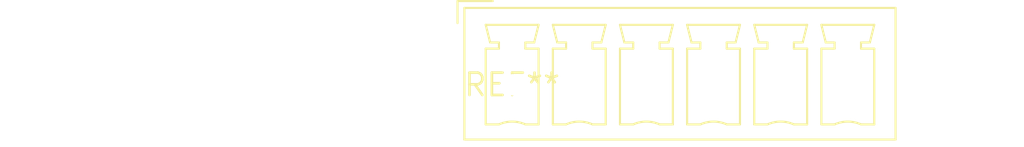
<source format=kicad_pcb>
(kicad_pcb (version 20240108) (generator pcbnew)
  (layers (0 "F.Cu" signal) (31 "B.Cu" signal) (34 "B.Paste" user) (35 "F.Paste" user) (36 "B.SilkS" user "B.Silkscreen") (37 "F.SilkS" user "F.Silkscreen") (38 "B.Mask" user) (39 "F.Mask" user) (44 "Edge.Cuts" user))
  (net 0 "")
  (footprint "PhoenixContact_MCV_1,5_6-G-3.81_1x06_P3.81mm_Vertical" (layer "F.Cu") (at 0 0)
    (property "Reference" "REF**")
    (property "Value" "PhoenixContact_MCV_1,5_6-G-3.81_1x06_P3.81mm_Vertical")
    (fp_line (start -3.1 -4.75) (end -1.1 -4.75) (layer "F.SilkS") (stroke (width 0.12)))
    (fp_line (start -3.1 -3.5) (end -3.1 -4.75) (layer "F.SilkS") (stroke (width 0.12)))
    (fp_line (start -2.71 -4.36) (end -2.71 3.11) (layer "F.SilkS") (stroke (width 0.12)))
    (fp_line (start -2.71 3.11) (end 21.76 3.11) (layer "F.SilkS") (stroke (width 0.12)))
    (fp_line (start -1.5 -3.4) (end 1.5 -3.4) (layer "F.SilkS") (stroke (width 0.12)))
    (fp_line (start -1.5 -2.05) (end -0.75 -2.05) (layer "F.SilkS") (stroke (width 0.12)))
    (fp_line (start -1.5 2.25) (end -1.5 -2.05) (layer "F.SilkS") (stroke (width 0.12)))
    (fp_line (start -1.25 -2.4) (end -1.5 -3.4) (layer "F.SilkS") (stroke (width 0.12)))
    (fp_line (start -0.75 -2.4) (end -1.25 -2.4) (layer "F.SilkS") (stroke (width 0.12)))
    (fp_line (start -0.75 -2.05) (end -0.75 -2.4) (layer "F.SilkS") (stroke (width 0.12)))
    (fp_line (start -0.75 2.25) (end -1.5 2.25) (layer "F.SilkS") (stroke (width 0.12)))
    (fp_line (start 0.75 -2.4) (end 0.75 -2.05) (layer "F.SilkS") (stroke (width 0.12)))
    (fp_line (start 0.75 -2.05) (end 1.5 -2.05) (layer "F.SilkS") (stroke (width 0.12)))
    (fp_line (start 1.25 -2.4) (end 0.75 -2.4) (layer "F.SilkS") (stroke (width 0.12)))
    (fp_line (start 1.5 -3.4) (end 1.25 -2.4) (layer "F.SilkS") (stroke (width 0.12)))
    (fp_line (start 1.5 -2.05) (end 1.5 2.25) (layer "F.SilkS") (stroke (width 0.12)))
    (fp_line (start 1.5 2.25) (end 0.75 2.25) (layer "F.SilkS") (stroke (width 0.12)))
    (fp_line (start 2.31 -3.4) (end 5.31 -3.4) (layer "F.SilkS") (stroke (width 0.12)))
    (fp_line (start 2.31 -2.05) (end 3.06 -2.05) (layer "F.SilkS") (stroke (width 0.12)))
    (fp_line (start 2.31 2.25) (end 2.31 -2.05) (layer "F.SilkS") (stroke (width 0.12)))
    (fp_line (start 2.56 -2.4) (end 2.31 -3.4) (layer "F.SilkS") (stroke (width 0.12)))
    (fp_line (start 3.06 -2.4) (end 2.56 -2.4) (layer "F.SilkS") (stroke (width 0.12)))
    (fp_line (start 3.06 -2.05) (end 3.06 -2.4) (layer "F.SilkS") (stroke (width 0.12)))
    (fp_line (start 3.06 2.25) (end 2.31 2.25) (layer "F.SilkS") (stroke (width 0.12)))
    (fp_line (start 4.56 -2.4) (end 4.56 -2.05) (layer "F.SilkS") (stroke (width 0.12)))
    (fp_line (start 4.56 -2.05) (end 5.31 -2.05) (layer "F.SilkS") (stroke (width 0.12)))
    (fp_line (start 5.06 -2.4) (end 4.56 -2.4) (layer "F.SilkS") (stroke (width 0.12)))
    (fp_line (start 5.31 -3.4) (end 5.06 -2.4) (layer "F.SilkS") (stroke (width 0.12)))
    (fp_line (start 5.31 -2.05) (end 5.31 2.25) (layer "F.SilkS") (stroke (width 0.12)))
    (fp_line (start 5.31 2.25) (end 4.56 2.25) (layer "F.SilkS") (stroke (width 0.12)))
    (fp_line (start 6.12 -3.4) (end 9.12 -3.4) (layer "F.SilkS") (stroke (width 0.12)))
    (fp_line (start 6.12 -2.05) (end 6.87 -2.05) (layer "F.SilkS") (stroke (width 0.12)))
    (fp_line (start 6.12 2.25) (end 6.12 -2.05) (layer "F.SilkS") (stroke (width 0.12)))
    (fp_line (start 6.37 -2.4) (end 6.12 -3.4) (layer "F.SilkS") (stroke (width 0.12)))
    (fp_line (start 6.87 -2.4) (end 6.37 -2.4) (layer "F.SilkS") (stroke (width 0.12)))
    (fp_line (start 6.87 -2.05) (end 6.87 -2.4) (layer "F.SilkS") (stroke (width 0.12)))
    (fp_line (start 6.87 2.25) (end 6.12 2.25) (layer "F.SilkS") (stroke (width 0.12)))
    (fp_line (start 8.37 -2.4) (end 8.37 -2.05) (layer "F.SilkS") (stroke (width 0.12)))
    (fp_line (start 8.37 -2.05) (end 9.12 -2.05) (layer "F.SilkS") (stroke (width 0.12)))
    (fp_line (start 8.87 -2.4) (end 8.37 -2.4) (layer "F.SilkS") (stroke (width 0.12)))
    (fp_line (start 9.12 -3.4) (end 8.87 -2.4) (layer "F.SilkS") (stroke (width 0.12)))
    (fp_line (start 9.12 -2.05) (end 9.12 2.25) (layer "F.SilkS") (stroke (width 0.12)))
    (fp_line (start 9.12 2.25) (end 8.37 2.25) (layer "F.SilkS") (stroke (width 0.12)))
    (fp_line (start 9.93 -3.4) (end 12.93 -3.4) (layer "F.SilkS") (stroke (width 0.12)))
    (fp_line (start 9.93 -2.05) (end 10.68 -2.05) (layer "F.SilkS") (stroke (width 0.12)))
    (fp_line (start 9.93 2.25) (end 9.93 -2.05) (layer "F.SilkS") (stroke (width 0.12)))
    (fp_line (start 10.18 -2.4) (end 9.93 -3.4) (layer "F.SilkS") (stroke (width 0.12)))
    (fp_line (start 10.68 -2.4) (end 10.18 -2.4) (layer "F.SilkS") (stroke (width 0.12)))
    (fp_line (start 10.68 -2.05) (end 10.68 -2.4) (layer "F.SilkS") (stroke (width 0.12)))
    (fp_line (start 10.68 2.25) (end 9.93 2.25) (layer "F.SilkS") (stroke (width 0.12)))
    (fp_line (start 12.18 -2.4) (end 12.18 -2.05) (layer "F.SilkS") (stroke (width 0.12)))
    (fp_line (start 12.18 -2.05) (end 12.93 -2.05) (layer "F.SilkS") (stroke (width 0.12)))
    (fp_line (start 12.68 -2.4) (end 12.18 -2.4) (layer "F.SilkS") (stroke (width 0.12)))
    (fp_line (start 12.93 -3.4) (end 12.68 -2.4) (layer "F.SilkS") (stroke (width 0.12)))
    (fp_line (start 12.93 -2.05) (end 12.93 2.25) (layer "F.SilkS") (stroke (width 0.12)))
    (fp_line (start 12.93 2.25) (end 12.18 2.25) (layer "F.SilkS") (stroke (width 0.12)))
    (fp_line (start 13.74 -3.4) (end 16.74 -3.4) (layer "F.SilkS") (stroke (width 0.12)))
    (fp_line (start 13.74 -2.05) (end 14.49 -2.05) (layer "F.SilkS") (stroke (width 0.12)))
    (fp_line (start 13.74 2.25) (end 13.74 -2.05) (layer "F.SilkS") (stroke (width 0.12)))
    (fp_line (start 13.99 -2.4) (end 13.74 -3.4) (layer "F.SilkS") (stroke (width 0.12)))
    (fp_line (start 14.49 -2.4) (end 13.99 -2.4) (layer "F.SilkS") (stroke (width 0.12)))
    (fp_line (start 14.49 -2.05) (end 14.49 -2.4) (layer "F.SilkS") (stroke (width 0.12)))
    (fp_line (start 14.49 2.25) (end 13.74 2.25) (layer "F.SilkS") (stroke (width 0.12)))
    (fp_line (start 15.99 -2.4) (end 15.99 -2.05) (layer "F.SilkS") (stroke (width 0.12)))
    (fp_line (start 15.99 -2.05) (end 16.74 -2.05) (layer "F.SilkS") (stroke (width 0.12)))
    (fp_line (start 16.49 -2.4) (end 15.99 -2.4) (layer "F.SilkS") (stroke (width 0.12)))
    (fp_line (start 16.74 -3.4) (end 16.49 -2.4) (layer "F.SilkS") (stroke (width 0.12)))
    (fp_line (start 16.74 -2.05) (end 16.74 2.25) (layer "F.SilkS") (stroke (width 0.12)))
    (fp_line (start 16.74 2.25) (end 15.99 2.25) (layer "F.SilkS") (stroke (width 0.12)))
    (fp_line (start 17.55 -3.4) (end 20.55 -3.4) (layer "F.SilkS") (stroke (width 0.12)))
    (fp_line (start 17.55 -2.05) (end 18.3 -2.05) (layer "F.SilkS") (stroke (width 0.12)))
    (fp_line (start 17.55 2.25) (end 17.55 -2.05) (layer "F.SilkS") (stroke (width 0.12)))
    (fp_line (start 17.8 -2.4) (end 17.55 -3.4) (layer "F.SilkS") (stroke (width 0.12)))
    (fp_line (start 18.3 -2.4) (end 17.8 -2.4) (layer "F.SilkS") (stroke (width 0.12)))
    (fp_line (start 18.3 -2.05) (end 18.3 -2.4) (layer "F.SilkS") (stroke (width 0.12)))
    (fp_line (start 18.3 2.25) (end 17.55 2.25) (layer "F.SilkS") (stroke (width 0.12)))
    (fp_line (start 19.8 -2.4) (end 19.8 -2.05) (layer "F.SilkS") (stroke (width 0.12)))
    (fp_line (start 19.8 -2.05) (end 20.55 -2.05) (layer "F.SilkS") (stroke (width 0.12)))
    (fp_line (start 20.3 -2.4) (end 19.8 -2.4) (layer "F.SilkS") (stroke (width 0.12)))
    (fp_line (start 20.55 -3.4) (end 20.3 -2.4) (layer "F.SilkS") (stroke (width 0.12)))
    (fp_line (start 20.55 -2.05) (end 20.55 2.25) (layer "F.SilkS") (stroke (width 0.12)))
    (fp_line (start 20.55 2.25) (end 19.8 2.25) (layer "F.SilkS") (stroke (width 0.12)))
    (fp_line (start 21.76 -4.36) (end -2.71 -4.36) (layer "F.SilkS") (stroke (width 0.12)))
    (fp_line (start 21.76 3.11) (end 21.76 -4.36) (layer "F.SilkS") (stroke (width 0.12)))
    (fp_arc (start -0.75 2.25) (mid -0.000193 2.09191) (end 0.749647 2.249844) (layer "F.SilkS") (stroke (width 0.12)))
    (fp_arc (start 3.06 2.25) (mid 3.809807 2.09191) (end 4.559647 2.249844) (layer "F.SilkS") (stroke (width 0.12)))
    (fp_arc (start 6.87 2.25) (mid 7.619807 2.09191) (end 8.369647 2.249844) (layer "F.SilkS") (stroke (width 0.12)))
    (fp_arc (start 10.68 2.25) (mid 11.429807 2.09191) (end 12.179647 2.249844) (layer "F.SilkS") (stroke (width 0.12)))
    (fp_arc (start 14.49 2.25) (mid 15.239807 2.09191) (end 15.989647 2.249844) (layer "F.SilkS") (stroke (width 0.12)))
    (fp_arc (start 18.3 2.25) (mid 19.049807 2.09191) (end 19.799647 2.249844) (layer "F.SilkS") (stroke (width 0.12)))
    (pad "1" thru_hole roundrect (at 0 0) (size 1.8 3.6) (drill 1.2) (layers *.Cu *.Mask) (remove_unused_layers) (roundrect_rratio 0.138889))
    (pad "2" thru_hole oval (at 3.81 0) (size 1.8 3.6) (drill 1.2) (layers *.Cu *.Mask) (remove_unused_layers))
    (pad "3" thru_hole oval (at 7.62 0) (size 1.8 3.6) (drill 1.2) (layers *.Cu *.Mask) (remove_unused_layers))
    (pad "4" thru_hole oval (at 11.43 0) (size 1.8 3.6) (drill 1.2) (layers *.Cu *.Mask) (remove_unused_layers))
    (pad "5" thru_hole oval (at 15.24 0) (size 1.8 3.6) (drill 1.2) (layers *.Cu *.Mask) (remove_unused_layers))
    (pad "6" thru_hole oval (at 19.05 0) (size 1.8 3.6) (drill 1.2) (layers *.Cu *.Mask) (remove_unused_layers))
  )
)
</source>
